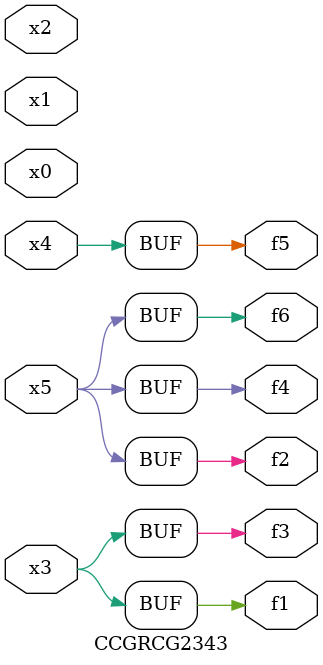
<source format=v>
module CCGRCG2343(
	input x0, x1, x2, x3, x4, x5,
	output f1, f2, f3, f4, f5, f6
);
	assign f1 = x3;
	assign f2 = x5;
	assign f3 = x3;
	assign f4 = x5;
	assign f5 = x4;
	assign f6 = x5;
endmodule

</source>
